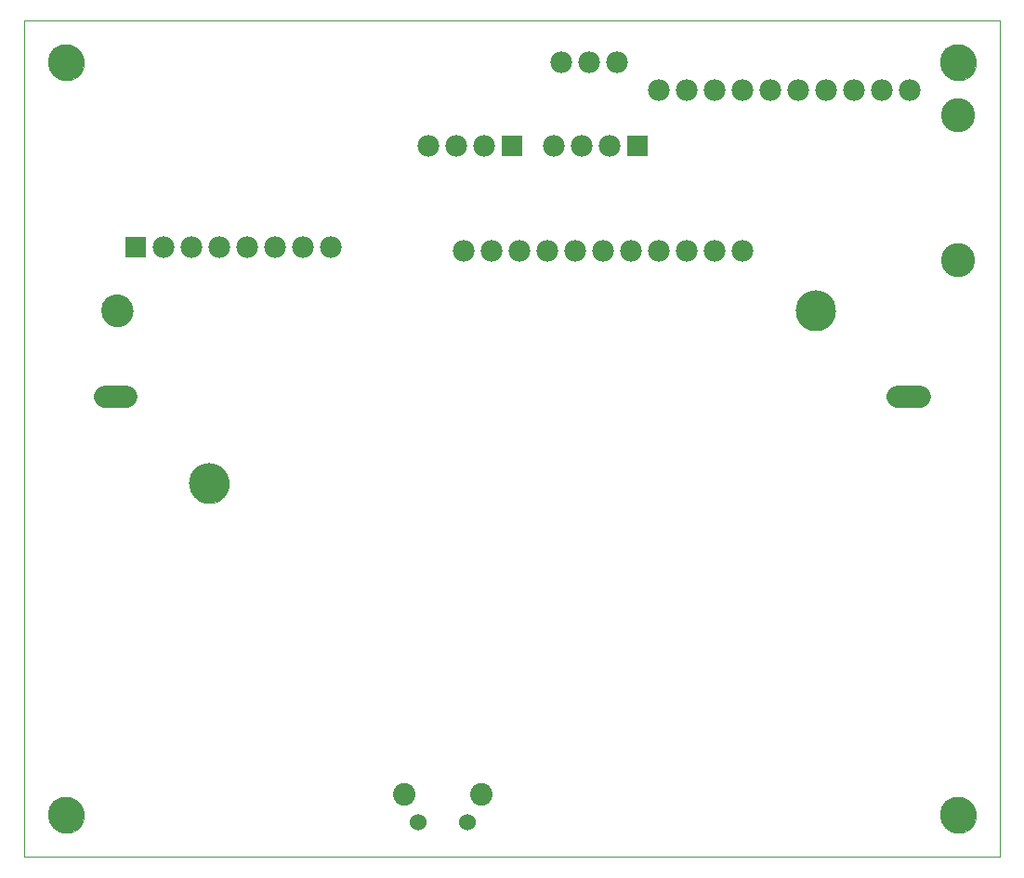
<source format=gbs>
G75*
%MOIN*%
%OFA0B0*%
%FSLAX25Y25*%
%IPPOS*%
%LPD*%
%AMOC8*
5,1,8,0,0,1.08239X$1,22.5*
%
%ADD10C,0.00000*%
%ADD11C,0.12998*%
%ADD12C,0.08077*%
%ADD13C,0.14400*%
%ADD14C,0.11424*%
%ADD15C,0.12211*%
%ADD16C,0.07800*%
%ADD17R,0.07800X0.07800*%
%ADD18C,0.06022*%
%ADD19C,0.08077*%
D10*
X0002050Y0016291D02*
X0002050Y0316291D01*
X0352050Y0316291D01*
X0352050Y0016291D01*
X0002050Y0016291D01*
X0010751Y0031291D02*
X0010753Y0031449D01*
X0010759Y0031607D01*
X0010769Y0031765D01*
X0010783Y0031923D01*
X0010801Y0032080D01*
X0010822Y0032237D01*
X0010848Y0032393D01*
X0010878Y0032549D01*
X0010911Y0032704D01*
X0010949Y0032857D01*
X0010990Y0033010D01*
X0011035Y0033162D01*
X0011084Y0033313D01*
X0011137Y0033462D01*
X0011193Y0033610D01*
X0011253Y0033756D01*
X0011317Y0033901D01*
X0011385Y0034044D01*
X0011456Y0034186D01*
X0011530Y0034326D01*
X0011608Y0034463D01*
X0011690Y0034599D01*
X0011774Y0034733D01*
X0011863Y0034864D01*
X0011954Y0034993D01*
X0012049Y0035120D01*
X0012146Y0035245D01*
X0012247Y0035367D01*
X0012351Y0035486D01*
X0012458Y0035603D01*
X0012568Y0035717D01*
X0012681Y0035828D01*
X0012796Y0035937D01*
X0012914Y0036042D01*
X0013035Y0036144D01*
X0013158Y0036244D01*
X0013284Y0036340D01*
X0013412Y0036433D01*
X0013542Y0036523D01*
X0013675Y0036609D01*
X0013810Y0036693D01*
X0013946Y0036772D01*
X0014085Y0036849D01*
X0014226Y0036921D01*
X0014368Y0036991D01*
X0014512Y0037056D01*
X0014658Y0037118D01*
X0014805Y0037176D01*
X0014954Y0037231D01*
X0015104Y0037282D01*
X0015255Y0037329D01*
X0015407Y0037372D01*
X0015560Y0037411D01*
X0015715Y0037447D01*
X0015870Y0037478D01*
X0016026Y0037506D01*
X0016182Y0037530D01*
X0016339Y0037550D01*
X0016497Y0037566D01*
X0016654Y0037578D01*
X0016813Y0037586D01*
X0016971Y0037590D01*
X0017129Y0037590D01*
X0017287Y0037586D01*
X0017446Y0037578D01*
X0017603Y0037566D01*
X0017761Y0037550D01*
X0017918Y0037530D01*
X0018074Y0037506D01*
X0018230Y0037478D01*
X0018385Y0037447D01*
X0018540Y0037411D01*
X0018693Y0037372D01*
X0018845Y0037329D01*
X0018996Y0037282D01*
X0019146Y0037231D01*
X0019295Y0037176D01*
X0019442Y0037118D01*
X0019588Y0037056D01*
X0019732Y0036991D01*
X0019874Y0036921D01*
X0020015Y0036849D01*
X0020154Y0036772D01*
X0020290Y0036693D01*
X0020425Y0036609D01*
X0020558Y0036523D01*
X0020688Y0036433D01*
X0020816Y0036340D01*
X0020942Y0036244D01*
X0021065Y0036144D01*
X0021186Y0036042D01*
X0021304Y0035937D01*
X0021419Y0035828D01*
X0021532Y0035717D01*
X0021642Y0035603D01*
X0021749Y0035486D01*
X0021853Y0035367D01*
X0021954Y0035245D01*
X0022051Y0035120D01*
X0022146Y0034993D01*
X0022237Y0034864D01*
X0022326Y0034733D01*
X0022410Y0034599D01*
X0022492Y0034463D01*
X0022570Y0034326D01*
X0022644Y0034186D01*
X0022715Y0034044D01*
X0022783Y0033901D01*
X0022847Y0033756D01*
X0022907Y0033610D01*
X0022963Y0033462D01*
X0023016Y0033313D01*
X0023065Y0033162D01*
X0023110Y0033010D01*
X0023151Y0032857D01*
X0023189Y0032704D01*
X0023222Y0032549D01*
X0023252Y0032393D01*
X0023278Y0032237D01*
X0023299Y0032080D01*
X0023317Y0031923D01*
X0023331Y0031765D01*
X0023341Y0031607D01*
X0023347Y0031449D01*
X0023349Y0031291D01*
X0023347Y0031133D01*
X0023341Y0030975D01*
X0023331Y0030817D01*
X0023317Y0030659D01*
X0023299Y0030502D01*
X0023278Y0030345D01*
X0023252Y0030189D01*
X0023222Y0030033D01*
X0023189Y0029878D01*
X0023151Y0029725D01*
X0023110Y0029572D01*
X0023065Y0029420D01*
X0023016Y0029269D01*
X0022963Y0029120D01*
X0022907Y0028972D01*
X0022847Y0028826D01*
X0022783Y0028681D01*
X0022715Y0028538D01*
X0022644Y0028396D01*
X0022570Y0028256D01*
X0022492Y0028119D01*
X0022410Y0027983D01*
X0022326Y0027849D01*
X0022237Y0027718D01*
X0022146Y0027589D01*
X0022051Y0027462D01*
X0021954Y0027337D01*
X0021853Y0027215D01*
X0021749Y0027096D01*
X0021642Y0026979D01*
X0021532Y0026865D01*
X0021419Y0026754D01*
X0021304Y0026645D01*
X0021186Y0026540D01*
X0021065Y0026438D01*
X0020942Y0026338D01*
X0020816Y0026242D01*
X0020688Y0026149D01*
X0020558Y0026059D01*
X0020425Y0025973D01*
X0020290Y0025889D01*
X0020154Y0025810D01*
X0020015Y0025733D01*
X0019874Y0025661D01*
X0019732Y0025591D01*
X0019588Y0025526D01*
X0019442Y0025464D01*
X0019295Y0025406D01*
X0019146Y0025351D01*
X0018996Y0025300D01*
X0018845Y0025253D01*
X0018693Y0025210D01*
X0018540Y0025171D01*
X0018385Y0025135D01*
X0018230Y0025104D01*
X0018074Y0025076D01*
X0017918Y0025052D01*
X0017761Y0025032D01*
X0017603Y0025016D01*
X0017446Y0025004D01*
X0017287Y0024996D01*
X0017129Y0024992D01*
X0016971Y0024992D01*
X0016813Y0024996D01*
X0016654Y0025004D01*
X0016497Y0025016D01*
X0016339Y0025032D01*
X0016182Y0025052D01*
X0016026Y0025076D01*
X0015870Y0025104D01*
X0015715Y0025135D01*
X0015560Y0025171D01*
X0015407Y0025210D01*
X0015255Y0025253D01*
X0015104Y0025300D01*
X0014954Y0025351D01*
X0014805Y0025406D01*
X0014658Y0025464D01*
X0014512Y0025526D01*
X0014368Y0025591D01*
X0014226Y0025661D01*
X0014085Y0025733D01*
X0013946Y0025810D01*
X0013810Y0025889D01*
X0013675Y0025973D01*
X0013542Y0026059D01*
X0013412Y0026149D01*
X0013284Y0026242D01*
X0013158Y0026338D01*
X0013035Y0026438D01*
X0012914Y0026540D01*
X0012796Y0026645D01*
X0012681Y0026754D01*
X0012568Y0026865D01*
X0012458Y0026979D01*
X0012351Y0027096D01*
X0012247Y0027215D01*
X0012146Y0027337D01*
X0012049Y0027462D01*
X0011954Y0027589D01*
X0011863Y0027718D01*
X0011774Y0027849D01*
X0011690Y0027983D01*
X0011608Y0028119D01*
X0011530Y0028256D01*
X0011456Y0028396D01*
X0011385Y0028538D01*
X0011317Y0028681D01*
X0011253Y0028826D01*
X0011193Y0028972D01*
X0011137Y0029120D01*
X0011084Y0029269D01*
X0011035Y0029420D01*
X0010990Y0029572D01*
X0010949Y0029725D01*
X0010911Y0029878D01*
X0010878Y0030033D01*
X0010848Y0030189D01*
X0010822Y0030345D01*
X0010801Y0030502D01*
X0010783Y0030659D01*
X0010769Y0030817D01*
X0010759Y0030975D01*
X0010753Y0031133D01*
X0010751Y0031291D01*
X0061300Y0150291D02*
X0061302Y0150463D01*
X0061308Y0150634D01*
X0061319Y0150806D01*
X0061334Y0150977D01*
X0061353Y0151148D01*
X0061376Y0151318D01*
X0061403Y0151488D01*
X0061435Y0151657D01*
X0061470Y0151825D01*
X0061510Y0151992D01*
X0061554Y0152158D01*
X0061601Y0152323D01*
X0061653Y0152487D01*
X0061709Y0152649D01*
X0061769Y0152810D01*
X0061833Y0152970D01*
X0061901Y0153128D01*
X0061972Y0153284D01*
X0062047Y0153438D01*
X0062127Y0153591D01*
X0062209Y0153741D01*
X0062296Y0153890D01*
X0062386Y0154036D01*
X0062480Y0154180D01*
X0062577Y0154322D01*
X0062678Y0154461D01*
X0062782Y0154598D01*
X0062889Y0154732D01*
X0063000Y0154863D01*
X0063113Y0154992D01*
X0063230Y0155118D01*
X0063350Y0155241D01*
X0063473Y0155361D01*
X0063599Y0155478D01*
X0063728Y0155591D01*
X0063859Y0155702D01*
X0063993Y0155809D01*
X0064130Y0155913D01*
X0064269Y0156014D01*
X0064411Y0156111D01*
X0064555Y0156205D01*
X0064701Y0156295D01*
X0064850Y0156382D01*
X0065000Y0156464D01*
X0065153Y0156544D01*
X0065307Y0156619D01*
X0065463Y0156690D01*
X0065621Y0156758D01*
X0065781Y0156822D01*
X0065942Y0156882D01*
X0066104Y0156938D01*
X0066268Y0156990D01*
X0066433Y0157037D01*
X0066599Y0157081D01*
X0066766Y0157121D01*
X0066934Y0157156D01*
X0067103Y0157188D01*
X0067273Y0157215D01*
X0067443Y0157238D01*
X0067614Y0157257D01*
X0067785Y0157272D01*
X0067957Y0157283D01*
X0068128Y0157289D01*
X0068300Y0157291D01*
X0068472Y0157289D01*
X0068643Y0157283D01*
X0068815Y0157272D01*
X0068986Y0157257D01*
X0069157Y0157238D01*
X0069327Y0157215D01*
X0069497Y0157188D01*
X0069666Y0157156D01*
X0069834Y0157121D01*
X0070001Y0157081D01*
X0070167Y0157037D01*
X0070332Y0156990D01*
X0070496Y0156938D01*
X0070658Y0156882D01*
X0070819Y0156822D01*
X0070979Y0156758D01*
X0071137Y0156690D01*
X0071293Y0156619D01*
X0071447Y0156544D01*
X0071600Y0156464D01*
X0071750Y0156382D01*
X0071899Y0156295D01*
X0072045Y0156205D01*
X0072189Y0156111D01*
X0072331Y0156014D01*
X0072470Y0155913D01*
X0072607Y0155809D01*
X0072741Y0155702D01*
X0072872Y0155591D01*
X0073001Y0155478D01*
X0073127Y0155361D01*
X0073250Y0155241D01*
X0073370Y0155118D01*
X0073487Y0154992D01*
X0073600Y0154863D01*
X0073711Y0154732D01*
X0073818Y0154598D01*
X0073922Y0154461D01*
X0074023Y0154322D01*
X0074120Y0154180D01*
X0074214Y0154036D01*
X0074304Y0153890D01*
X0074391Y0153741D01*
X0074473Y0153591D01*
X0074553Y0153438D01*
X0074628Y0153284D01*
X0074699Y0153128D01*
X0074767Y0152970D01*
X0074831Y0152810D01*
X0074891Y0152649D01*
X0074947Y0152487D01*
X0074999Y0152323D01*
X0075046Y0152158D01*
X0075090Y0151992D01*
X0075130Y0151825D01*
X0075165Y0151657D01*
X0075197Y0151488D01*
X0075224Y0151318D01*
X0075247Y0151148D01*
X0075266Y0150977D01*
X0075281Y0150806D01*
X0075292Y0150634D01*
X0075298Y0150463D01*
X0075300Y0150291D01*
X0075298Y0150119D01*
X0075292Y0149948D01*
X0075281Y0149776D01*
X0075266Y0149605D01*
X0075247Y0149434D01*
X0075224Y0149264D01*
X0075197Y0149094D01*
X0075165Y0148925D01*
X0075130Y0148757D01*
X0075090Y0148590D01*
X0075046Y0148424D01*
X0074999Y0148259D01*
X0074947Y0148095D01*
X0074891Y0147933D01*
X0074831Y0147772D01*
X0074767Y0147612D01*
X0074699Y0147454D01*
X0074628Y0147298D01*
X0074553Y0147144D01*
X0074473Y0146991D01*
X0074391Y0146841D01*
X0074304Y0146692D01*
X0074214Y0146546D01*
X0074120Y0146402D01*
X0074023Y0146260D01*
X0073922Y0146121D01*
X0073818Y0145984D01*
X0073711Y0145850D01*
X0073600Y0145719D01*
X0073487Y0145590D01*
X0073370Y0145464D01*
X0073250Y0145341D01*
X0073127Y0145221D01*
X0073001Y0145104D01*
X0072872Y0144991D01*
X0072741Y0144880D01*
X0072607Y0144773D01*
X0072470Y0144669D01*
X0072331Y0144568D01*
X0072189Y0144471D01*
X0072045Y0144377D01*
X0071899Y0144287D01*
X0071750Y0144200D01*
X0071600Y0144118D01*
X0071447Y0144038D01*
X0071293Y0143963D01*
X0071137Y0143892D01*
X0070979Y0143824D01*
X0070819Y0143760D01*
X0070658Y0143700D01*
X0070496Y0143644D01*
X0070332Y0143592D01*
X0070167Y0143545D01*
X0070001Y0143501D01*
X0069834Y0143461D01*
X0069666Y0143426D01*
X0069497Y0143394D01*
X0069327Y0143367D01*
X0069157Y0143344D01*
X0068986Y0143325D01*
X0068815Y0143310D01*
X0068643Y0143299D01*
X0068472Y0143293D01*
X0068300Y0143291D01*
X0068128Y0143293D01*
X0067957Y0143299D01*
X0067785Y0143310D01*
X0067614Y0143325D01*
X0067443Y0143344D01*
X0067273Y0143367D01*
X0067103Y0143394D01*
X0066934Y0143426D01*
X0066766Y0143461D01*
X0066599Y0143501D01*
X0066433Y0143545D01*
X0066268Y0143592D01*
X0066104Y0143644D01*
X0065942Y0143700D01*
X0065781Y0143760D01*
X0065621Y0143824D01*
X0065463Y0143892D01*
X0065307Y0143963D01*
X0065153Y0144038D01*
X0065000Y0144118D01*
X0064850Y0144200D01*
X0064701Y0144287D01*
X0064555Y0144377D01*
X0064411Y0144471D01*
X0064269Y0144568D01*
X0064130Y0144669D01*
X0063993Y0144773D01*
X0063859Y0144880D01*
X0063728Y0144991D01*
X0063599Y0145104D01*
X0063473Y0145221D01*
X0063350Y0145341D01*
X0063230Y0145464D01*
X0063113Y0145590D01*
X0063000Y0145719D01*
X0062889Y0145850D01*
X0062782Y0145984D01*
X0062678Y0146121D01*
X0062577Y0146260D01*
X0062480Y0146402D01*
X0062386Y0146546D01*
X0062296Y0146692D01*
X0062209Y0146841D01*
X0062127Y0146991D01*
X0062047Y0147144D01*
X0061972Y0147298D01*
X0061901Y0147454D01*
X0061833Y0147612D01*
X0061769Y0147772D01*
X0061709Y0147933D01*
X0061653Y0148095D01*
X0061601Y0148259D01*
X0061554Y0148424D01*
X0061510Y0148590D01*
X0061470Y0148757D01*
X0061435Y0148925D01*
X0061403Y0149094D01*
X0061376Y0149264D01*
X0061353Y0149434D01*
X0061334Y0149605D01*
X0061319Y0149776D01*
X0061308Y0149948D01*
X0061302Y0150119D01*
X0061300Y0150291D01*
X0029788Y0212291D02*
X0029790Y0212439D01*
X0029796Y0212587D01*
X0029806Y0212735D01*
X0029820Y0212882D01*
X0029838Y0213029D01*
X0029859Y0213175D01*
X0029885Y0213321D01*
X0029915Y0213466D01*
X0029948Y0213610D01*
X0029986Y0213753D01*
X0030027Y0213895D01*
X0030072Y0214036D01*
X0030120Y0214176D01*
X0030173Y0214315D01*
X0030229Y0214452D01*
X0030289Y0214587D01*
X0030352Y0214721D01*
X0030419Y0214853D01*
X0030490Y0214983D01*
X0030564Y0215111D01*
X0030641Y0215237D01*
X0030722Y0215361D01*
X0030806Y0215483D01*
X0030893Y0215602D01*
X0030984Y0215719D01*
X0031078Y0215834D01*
X0031174Y0215946D01*
X0031274Y0216056D01*
X0031376Y0216162D01*
X0031482Y0216266D01*
X0031590Y0216367D01*
X0031701Y0216465D01*
X0031814Y0216561D01*
X0031930Y0216653D01*
X0032048Y0216742D01*
X0032169Y0216827D01*
X0032292Y0216910D01*
X0032417Y0216989D01*
X0032544Y0217065D01*
X0032673Y0217137D01*
X0032804Y0217206D01*
X0032937Y0217271D01*
X0033072Y0217332D01*
X0033208Y0217390D01*
X0033345Y0217445D01*
X0033484Y0217495D01*
X0033625Y0217542D01*
X0033766Y0217585D01*
X0033909Y0217625D01*
X0034053Y0217660D01*
X0034197Y0217692D01*
X0034343Y0217719D01*
X0034489Y0217743D01*
X0034636Y0217763D01*
X0034783Y0217779D01*
X0034930Y0217791D01*
X0035078Y0217799D01*
X0035226Y0217803D01*
X0035374Y0217803D01*
X0035522Y0217799D01*
X0035670Y0217791D01*
X0035817Y0217779D01*
X0035964Y0217763D01*
X0036111Y0217743D01*
X0036257Y0217719D01*
X0036403Y0217692D01*
X0036547Y0217660D01*
X0036691Y0217625D01*
X0036834Y0217585D01*
X0036975Y0217542D01*
X0037116Y0217495D01*
X0037255Y0217445D01*
X0037392Y0217390D01*
X0037528Y0217332D01*
X0037663Y0217271D01*
X0037796Y0217206D01*
X0037927Y0217137D01*
X0038056Y0217065D01*
X0038183Y0216989D01*
X0038308Y0216910D01*
X0038431Y0216827D01*
X0038552Y0216742D01*
X0038670Y0216653D01*
X0038786Y0216561D01*
X0038899Y0216465D01*
X0039010Y0216367D01*
X0039118Y0216266D01*
X0039224Y0216162D01*
X0039326Y0216056D01*
X0039426Y0215946D01*
X0039522Y0215834D01*
X0039616Y0215719D01*
X0039707Y0215602D01*
X0039794Y0215483D01*
X0039878Y0215361D01*
X0039959Y0215237D01*
X0040036Y0215111D01*
X0040110Y0214983D01*
X0040181Y0214853D01*
X0040248Y0214721D01*
X0040311Y0214587D01*
X0040371Y0214452D01*
X0040427Y0214315D01*
X0040480Y0214176D01*
X0040528Y0214036D01*
X0040573Y0213895D01*
X0040614Y0213753D01*
X0040652Y0213610D01*
X0040685Y0213466D01*
X0040715Y0213321D01*
X0040741Y0213175D01*
X0040762Y0213029D01*
X0040780Y0212882D01*
X0040794Y0212735D01*
X0040804Y0212587D01*
X0040810Y0212439D01*
X0040812Y0212291D01*
X0040810Y0212143D01*
X0040804Y0211995D01*
X0040794Y0211847D01*
X0040780Y0211700D01*
X0040762Y0211553D01*
X0040741Y0211407D01*
X0040715Y0211261D01*
X0040685Y0211116D01*
X0040652Y0210972D01*
X0040614Y0210829D01*
X0040573Y0210687D01*
X0040528Y0210546D01*
X0040480Y0210406D01*
X0040427Y0210267D01*
X0040371Y0210130D01*
X0040311Y0209995D01*
X0040248Y0209861D01*
X0040181Y0209729D01*
X0040110Y0209599D01*
X0040036Y0209471D01*
X0039959Y0209345D01*
X0039878Y0209221D01*
X0039794Y0209099D01*
X0039707Y0208980D01*
X0039616Y0208863D01*
X0039522Y0208748D01*
X0039426Y0208636D01*
X0039326Y0208526D01*
X0039224Y0208420D01*
X0039118Y0208316D01*
X0039010Y0208215D01*
X0038899Y0208117D01*
X0038786Y0208021D01*
X0038670Y0207929D01*
X0038552Y0207840D01*
X0038431Y0207755D01*
X0038308Y0207672D01*
X0038183Y0207593D01*
X0038056Y0207517D01*
X0037927Y0207445D01*
X0037796Y0207376D01*
X0037663Y0207311D01*
X0037528Y0207250D01*
X0037392Y0207192D01*
X0037255Y0207137D01*
X0037116Y0207087D01*
X0036975Y0207040D01*
X0036834Y0206997D01*
X0036691Y0206957D01*
X0036547Y0206922D01*
X0036403Y0206890D01*
X0036257Y0206863D01*
X0036111Y0206839D01*
X0035964Y0206819D01*
X0035817Y0206803D01*
X0035670Y0206791D01*
X0035522Y0206783D01*
X0035374Y0206779D01*
X0035226Y0206779D01*
X0035078Y0206783D01*
X0034930Y0206791D01*
X0034783Y0206803D01*
X0034636Y0206819D01*
X0034489Y0206839D01*
X0034343Y0206863D01*
X0034197Y0206890D01*
X0034053Y0206922D01*
X0033909Y0206957D01*
X0033766Y0206997D01*
X0033625Y0207040D01*
X0033484Y0207087D01*
X0033345Y0207137D01*
X0033208Y0207192D01*
X0033072Y0207250D01*
X0032937Y0207311D01*
X0032804Y0207376D01*
X0032673Y0207445D01*
X0032544Y0207517D01*
X0032417Y0207593D01*
X0032292Y0207672D01*
X0032169Y0207755D01*
X0032048Y0207840D01*
X0031930Y0207929D01*
X0031814Y0208021D01*
X0031701Y0208117D01*
X0031590Y0208215D01*
X0031482Y0208316D01*
X0031376Y0208420D01*
X0031274Y0208526D01*
X0031174Y0208636D01*
X0031078Y0208748D01*
X0030984Y0208863D01*
X0030893Y0208980D01*
X0030806Y0209099D01*
X0030722Y0209221D01*
X0030641Y0209345D01*
X0030564Y0209471D01*
X0030490Y0209599D01*
X0030419Y0209729D01*
X0030352Y0209861D01*
X0030289Y0209995D01*
X0030229Y0210130D01*
X0030173Y0210267D01*
X0030120Y0210406D01*
X0030072Y0210546D01*
X0030027Y0210687D01*
X0029986Y0210829D01*
X0029948Y0210972D01*
X0029915Y0211116D01*
X0029885Y0211261D01*
X0029859Y0211407D01*
X0029838Y0211553D01*
X0029820Y0211700D01*
X0029806Y0211847D01*
X0029796Y0211995D01*
X0029790Y0212143D01*
X0029788Y0212291D01*
X0010751Y0301291D02*
X0010753Y0301449D01*
X0010759Y0301607D01*
X0010769Y0301765D01*
X0010783Y0301923D01*
X0010801Y0302080D01*
X0010822Y0302237D01*
X0010848Y0302393D01*
X0010878Y0302549D01*
X0010911Y0302704D01*
X0010949Y0302857D01*
X0010990Y0303010D01*
X0011035Y0303162D01*
X0011084Y0303313D01*
X0011137Y0303462D01*
X0011193Y0303610D01*
X0011253Y0303756D01*
X0011317Y0303901D01*
X0011385Y0304044D01*
X0011456Y0304186D01*
X0011530Y0304326D01*
X0011608Y0304463D01*
X0011690Y0304599D01*
X0011774Y0304733D01*
X0011863Y0304864D01*
X0011954Y0304993D01*
X0012049Y0305120D01*
X0012146Y0305245D01*
X0012247Y0305367D01*
X0012351Y0305486D01*
X0012458Y0305603D01*
X0012568Y0305717D01*
X0012681Y0305828D01*
X0012796Y0305937D01*
X0012914Y0306042D01*
X0013035Y0306144D01*
X0013158Y0306244D01*
X0013284Y0306340D01*
X0013412Y0306433D01*
X0013542Y0306523D01*
X0013675Y0306609D01*
X0013810Y0306693D01*
X0013946Y0306772D01*
X0014085Y0306849D01*
X0014226Y0306921D01*
X0014368Y0306991D01*
X0014512Y0307056D01*
X0014658Y0307118D01*
X0014805Y0307176D01*
X0014954Y0307231D01*
X0015104Y0307282D01*
X0015255Y0307329D01*
X0015407Y0307372D01*
X0015560Y0307411D01*
X0015715Y0307447D01*
X0015870Y0307478D01*
X0016026Y0307506D01*
X0016182Y0307530D01*
X0016339Y0307550D01*
X0016497Y0307566D01*
X0016654Y0307578D01*
X0016813Y0307586D01*
X0016971Y0307590D01*
X0017129Y0307590D01*
X0017287Y0307586D01*
X0017446Y0307578D01*
X0017603Y0307566D01*
X0017761Y0307550D01*
X0017918Y0307530D01*
X0018074Y0307506D01*
X0018230Y0307478D01*
X0018385Y0307447D01*
X0018540Y0307411D01*
X0018693Y0307372D01*
X0018845Y0307329D01*
X0018996Y0307282D01*
X0019146Y0307231D01*
X0019295Y0307176D01*
X0019442Y0307118D01*
X0019588Y0307056D01*
X0019732Y0306991D01*
X0019874Y0306921D01*
X0020015Y0306849D01*
X0020154Y0306772D01*
X0020290Y0306693D01*
X0020425Y0306609D01*
X0020558Y0306523D01*
X0020688Y0306433D01*
X0020816Y0306340D01*
X0020942Y0306244D01*
X0021065Y0306144D01*
X0021186Y0306042D01*
X0021304Y0305937D01*
X0021419Y0305828D01*
X0021532Y0305717D01*
X0021642Y0305603D01*
X0021749Y0305486D01*
X0021853Y0305367D01*
X0021954Y0305245D01*
X0022051Y0305120D01*
X0022146Y0304993D01*
X0022237Y0304864D01*
X0022326Y0304733D01*
X0022410Y0304599D01*
X0022492Y0304463D01*
X0022570Y0304326D01*
X0022644Y0304186D01*
X0022715Y0304044D01*
X0022783Y0303901D01*
X0022847Y0303756D01*
X0022907Y0303610D01*
X0022963Y0303462D01*
X0023016Y0303313D01*
X0023065Y0303162D01*
X0023110Y0303010D01*
X0023151Y0302857D01*
X0023189Y0302704D01*
X0023222Y0302549D01*
X0023252Y0302393D01*
X0023278Y0302237D01*
X0023299Y0302080D01*
X0023317Y0301923D01*
X0023331Y0301765D01*
X0023341Y0301607D01*
X0023347Y0301449D01*
X0023349Y0301291D01*
X0023347Y0301133D01*
X0023341Y0300975D01*
X0023331Y0300817D01*
X0023317Y0300659D01*
X0023299Y0300502D01*
X0023278Y0300345D01*
X0023252Y0300189D01*
X0023222Y0300033D01*
X0023189Y0299878D01*
X0023151Y0299725D01*
X0023110Y0299572D01*
X0023065Y0299420D01*
X0023016Y0299269D01*
X0022963Y0299120D01*
X0022907Y0298972D01*
X0022847Y0298826D01*
X0022783Y0298681D01*
X0022715Y0298538D01*
X0022644Y0298396D01*
X0022570Y0298256D01*
X0022492Y0298119D01*
X0022410Y0297983D01*
X0022326Y0297849D01*
X0022237Y0297718D01*
X0022146Y0297589D01*
X0022051Y0297462D01*
X0021954Y0297337D01*
X0021853Y0297215D01*
X0021749Y0297096D01*
X0021642Y0296979D01*
X0021532Y0296865D01*
X0021419Y0296754D01*
X0021304Y0296645D01*
X0021186Y0296540D01*
X0021065Y0296438D01*
X0020942Y0296338D01*
X0020816Y0296242D01*
X0020688Y0296149D01*
X0020558Y0296059D01*
X0020425Y0295973D01*
X0020290Y0295889D01*
X0020154Y0295810D01*
X0020015Y0295733D01*
X0019874Y0295661D01*
X0019732Y0295591D01*
X0019588Y0295526D01*
X0019442Y0295464D01*
X0019295Y0295406D01*
X0019146Y0295351D01*
X0018996Y0295300D01*
X0018845Y0295253D01*
X0018693Y0295210D01*
X0018540Y0295171D01*
X0018385Y0295135D01*
X0018230Y0295104D01*
X0018074Y0295076D01*
X0017918Y0295052D01*
X0017761Y0295032D01*
X0017603Y0295016D01*
X0017446Y0295004D01*
X0017287Y0294996D01*
X0017129Y0294992D01*
X0016971Y0294992D01*
X0016813Y0294996D01*
X0016654Y0295004D01*
X0016497Y0295016D01*
X0016339Y0295032D01*
X0016182Y0295052D01*
X0016026Y0295076D01*
X0015870Y0295104D01*
X0015715Y0295135D01*
X0015560Y0295171D01*
X0015407Y0295210D01*
X0015255Y0295253D01*
X0015104Y0295300D01*
X0014954Y0295351D01*
X0014805Y0295406D01*
X0014658Y0295464D01*
X0014512Y0295526D01*
X0014368Y0295591D01*
X0014226Y0295661D01*
X0014085Y0295733D01*
X0013946Y0295810D01*
X0013810Y0295889D01*
X0013675Y0295973D01*
X0013542Y0296059D01*
X0013412Y0296149D01*
X0013284Y0296242D01*
X0013158Y0296338D01*
X0013035Y0296438D01*
X0012914Y0296540D01*
X0012796Y0296645D01*
X0012681Y0296754D01*
X0012568Y0296865D01*
X0012458Y0296979D01*
X0012351Y0297096D01*
X0012247Y0297215D01*
X0012146Y0297337D01*
X0012049Y0297462D01*
X0011954Y0297589D01*
X0011863Y0297718D01*
X0011774Y0297849D01*
X0011690Y0297983D01*
X0011608Y0298119D01*
X0011530Y0298256D01*
X0011456Y0298396D01*
X0011385Y0298538D01*
X0011317Y0298681D01*
X0011253Y0298826D01*
X0011193Y0298972D01*
X0011137Y0299120D01*
X0011084Y0299269D01*
X0011035Y0299420D01*
X0010990Y0299572D01*
X0010949Y0299725D01*
X0010911Y0299878D01*
X0010878Y0300033D01*
X0010848Y0300189D01*
X0010822Y0300345D01*
X0010801Y0300502D01*
X0010783Y0300659D01*
X0010769Y0300817D01*
X0010759Y0300975D01*
X0010753Y0301133D01*
X0010751Y0301291D01*
X0278800Y0212291D02*
X0278802Y0212463D01*
X0278808Y0212634D01*
X0278819Y0212806D01*
X0278834Y0212977D01*
X0278853Y0213148D01*
X0278876Y0213318D01*
X0278903Y0213488D01*
X0278935Y0213657D01*
X0278970Y0213825D01*
X0279010Y0213992D01*
X0279054Y0214158D01*
X0279101Y0214323D01*
X0279153Y0214487D01*
X0279209Y0214649D01*
X0279269Y0214810D01*
X0279333Y0214970D01*
X0279401Y0215128D01*
X0279472Y0215284D01*
X0279547Y0215438D01*
X0279627Y0215591D01*
X0279709Y0215741D01*
X0279796Y0215890D01*
X0279886Y0216036D01*
X0279980Y0216180D01*
X0280077Y0216322D01*
X0280178Y0216461D01*
X0280282Y0216598D01*
X0280389Y0216732D01*
X0280500Y0216863D01*
X0280613Y0216992D01*
X0280730Y0217118D01*
X0280850Y0217241D01*
X0280973Y0217361D01*
X0281099Y0217478D01*
X0281228Y0217591D01*
X0281359Y0217702D01*
X0281493Y0217809D01*
X0281630Y0217913D01*
X0281769Y0218014D01*
X0281911Y0218111D01*
X0282055Y0218205D01*
X0282201Y0218295D01*
X0282350Y0218382D01*
X0282500Y0218464D01*
X0282653Y0218544D01*
X0282807Y0218619D01*
X0282963Y0218690D01*
X0283121Y0218758D01*
X0283281Y0218822D01*
X0283442Y0218882D01*
X0283604Y0218938D01*
X0283768Y0218990D01*
X0283933Y0219037D01*
X0284099Y0219081D01*
X0284266Y0219121D01*
X0284434Y0219156D01*
X0284603Y0219188D01*
X0284773Y0219215D01*
X0284943Y0219238D01*
X0285114Y0219257D01*
X0285285Y0219272D01*
X0285457Y0219283D01*
X0285628Y0219289D01*
X0285800Y0219291D01*
X0285972Y0219289D01*
X0286143Y0219283D01*
X0286315Y0219272D01*
X0286486Y0219257D01*
X0286657Y0219238D01*
X0286827Y0219215D01*
X0286997Y0219188D01*
X0287166Y0219156D01*
X0287334Y0219121D01*
X0287501Y0219081D01*
X0287667Y0219037D01*
X0287832Y0218990D01*
X0287996Y0218938D01*
X0288158Y0218882D01*
X0288319Y0218822D01*
X0288479Y0218758D01*
X0288637Y0218690D01*
X0288793Y0218619D01*
X0288947Y0218544D01*
X0289100Y0218464D01*
X0289250Y0218382D01*
X0289399Y0218295D01*
X0289545Y0218205D01*
X0289689Y0218111D01*
X0289831Y0218014D01*
X0289970Y0217913D01*
X0290107Y0217809D01*
X0290241Y0217702D01*
X0290372Y0217591D01*
X0290501Y0217478D01*
X0290627Y0217361D01*
X0290750Y0217241D01*
X0290870Y0217118D01*
X0290987Y0216992D01*
X0291100Y0216863D01*
X0291211Y0216732D01*
X0291318Y0216598D01*
X0291422Y0216461D01*
X0291523Y0216322D01*
X0291620Y0216180D01*
X0291714Y0216036D01*
X0291804Y0215890D01*
X0291891Y0215741D01*
X0291973Y0215591D01*
X0292053Y0215438D01*
X0292128Y0215284D01*
X0292199Y0215128D01*
X0292267Y0214970D01*
X0292331Y0214810D01*
X0292391Y0214649D01*
X0292447Y0214487D01*
X0292499Y0214323D01*
X0292546Y0214158D01*
X0292590Y0213992D01*
X0292630Y0213825D01*
X0292665Y0213657D01*
X0292697Y0213488D01*
X0292724Y0213318D01*
X0292747Y0213148D01*
X0292766Y0212977D01*
X0292781Y0212806D01*
X0292792Y0212634D01*
X0292798Y0212463D01*
X0292800Y0212291D01*
X0292798Y0212119D01*
X0292792Y0211948D01*
X0292781Y0211776D01*
X0292766Y0211605D01*
X0292747Y0211434D01*
X0292724Y0211264D01*
X0292697Y0211094D01*
X0292665Y0210925D01*
X0292630Y0210757D01*
X0292590Y0210590D01*
X0292546Y0210424D01*
X0292499Y0210259D01*
X0292447Y0210095D01*
X0292391Y0209933D01*
X0292331Y0209772D01*
X0292267Y0209612D01*
X0292199Y0209454D01*
X0292128Y0209298D01*
X0292053Y0209144D01*
X0291973Y0208991D01*
X0291891Y0208841D01*
X0291804Y0208692D01*
X0291714Y0208546D01*
X0291620Y0208402D01*
X0291523Y0208260D01*
X0291422Y0208121D01*
X0291318Y0207984D01*
X0291211Y0207850D01*
X0291100Y0207719D01*
X0290987Y0207590D01*
X0290870Y0207464D01*
X0290750Y0207341D01*
X0290627Y0207221D01*
X0290501Y0207104D01*
X0290372Y0206991D01*
X0290241Y0206880D01*
X0290107Y0206773D01*
X0289970Y0206669D01*
X0289831Y0206568D01*
X0289689Y0206471D01*
X0289545Y0206377D01*
X0289399Y0206287D01*
X0289250Y0206200D01*
X0289100Y0206118D01*
X0288947Y0206038D01*
X0288793Y0205963D01*
X0288637Y0205892D01*
X0288479Y0205824D01*
X0288319Y0205760D01*
X0288158Y0205700D01*
X0287996Y0205644D01*
X0287832Y0205592D01*
X0287667Y0205545D01*
X0287501Y0205501D01*
X0287334Y0205461D01*
X0287166Y0205426D01*
X0286997Y0205394D01*
X0286827Y0205367D01*
X0286657Y0205344D01*
X0286486Y0205325D01*
X0286315Y0205310D01*
X0286143Y0205299D01*
X0285972Y0205293D01*
X0285800Y0205291D01*
X0285628Y0205293D01*
X0285457Y0205299D01*
X0285285Y0205310D01*
X0285114Y0205325D01*
X0284943Y0205344D01*
X0284773Y0205367D01*
X0284603Y0205394D01*
X0284434Y0205426D01*
X0284266Y0205461D01*
X0284099Y0205501D01*
X0283933Y0205545D01*
X0283768Y0205592D01*
X0283604Y0205644D01*
X0283442Y0205700D01*
X0283281Y0205760D01*
X0283121Y0205824D01*
X0282963Y0205892D01*
X0282807Y0205963D01*
X0282653Y0206038D01*
X0282500Y0206118D01*
X0282350Y0206200D01*
X0282201Y0206287D01*
X0282055Y0206377D01*
X0281911Y0206471D01*
X0281769Y0206568D01*
X0281630Y0206669D01*
X0281493Y0206773D01*
X0281359Y0206880D01*
X0281228Y0206991D01*
X0281099Y0207104D01*
X0280973Y0207221D01*
X0280850Y0207341D01*
X0280730Y0207464D01*
X0280613Y0207590D01*
X0280500Y0207719D01*
X0280389Y0207850D01*
X0280282Y0207984D01*
X0280178Y0208121D01*
X0280077Y0208260D01*
X0279980Y0208402D01*
X0279886Y0208546D01*
X0279796Y0208692D01*
X0279709Y0208841D01*
X0279627Y0208991D01*
X0279547Y0209144D01*
X0279472Y0209298D01*
X0279401Y0209454D01*
X0279333Y0209612D01*
X0279269Y0209772D01*
X0279209Y0209933D01*
X0279153Y0210095D01*
X0279101Y0210259D01*
X0279054Y0210424D01*
X0279010Y0210590D01*
X0278970Y0210757D01*
X0278935Y0210925D01*
X0278903Y0211094D01*
X0278876Y0211264D01*
X0278853Y0211434D01*
X0278834Y0211605D01*
X0278819Y0211776D01*
X0278808Y0211948D01*
X0278802Y0212119D01*
X0278800Y0212291D01*
X0330751Y0301291D02*
X0330753Y0301449D01*
X0330759Y0301607D01*
X0330769Y0301765D01*
X0330783Y0301923D01*
X0330801Y0302080D01*
X0330822Y0302237D01*
X0330848Y0302393D01*
X0330878Y0302549D01*
X0330911Y0302704D01*
X0330949Y0302857D01*
X0330990Y0303010D01*
X0331035Y0303162D01*
X0331084Y0303313D01*
X0331137Y0303462D01*
X0331193Y0303610D01*
X0331253Y0303756D01*
X0331317Y0303901D01*
X0331385Y0304044D01*
X0331456Y0304186D01*
X0331530Y0304326D01*
X0331608Y0304463D01*
X0331690Y0304599D01*
X0331774Y0304733D01*
X0331863Y0304864D01*
X0331954Y0304993D01*
X0332049Y0305120D01*
X0332146Y0305245D01*
X0332247Y0305367D01*
X0332351Y0305486D01*
X0332458Y0305603D01*
X0332568Y0305717D01*
X0332681Y0305828D01*
X0332796Y0305937D01*
X0332914Y0306042D01*
X0333035Y0306144D01*
X0333158Y0306244D01*
X0333284Y0306340D01*
X0333412Y0306433D01*
X0333542Y0306523D01*
X0333675Y0306609D01*
X0333810Y0306693D01*
X0333946Y0306772D01*
X0334085Y0306849D01*
X0334226Y0306921D01*
X0334368Y0306991D01*
X0334512Y0307056D01*
X0334658Y0307118D01*
X0334805Y0307176D01*
X0334954Y0307231D01*
X0335104Y0307282D01*
X0335255Y0307329D01*
X0335407Y0307372D01*
X0335560Y0307411D01*
X0335715Y0307447D01*
X0335870Y0307478D01*
X0336026Y0307506D01*
X0336182Y0307530D01*
X0336339Y0307550D01*
X0336497Y0307566D01*
X0336654Y0307578D01*
X0336813Y0307586D01*
X0336971Y0307590D01*
X0337129Y0307590D01*
X0337287Y0307586D01*
X0337446Y0307578D01*
X0337603Y0307566D01*
X0337761Y0307550D01*
X0337918Y0307530D01*
X0338074Y0307506D01*
X0338230Y0307478D01*
X0338385Y0307447D01*
X0338540Y0307411D01*
X0338693Y0307372D01*
X0338845Y0307329D01*
X0338996Y0307282D01*
X0339146Y0307231D01*
X0339295Y0307176D01*
X0339442Y0307118D01*
X0339588Y0307056D01*
X0339732Y0306991D01*
X0339874Y0306921D01*
X0340015Y0306849D01*
X0340154Y0306772D01*
X0340290Y0306693D01*
X0340425Y0306609D01*
X0340558Y0306523D01*
X0340688Y0306433D01*
X0340816Y0306340D01*
X0340942Y0306244D01*
X0341065Y0306144D01*
X0341186Y0306042D01*
X0341304Y0305937D01*
X0341419Y0305828D01*
X0341532Y0305717D01*
X0341642Y0305603D01*
X0341749Y0305486D01*
X0341853Y0305367D01*
X0341954Y0305245D01*
X0342051Y0305120D01*
X0342146Y0304993D01*
X0342237Y0304864D01*
X0342326Y0304733D01*
X0342410Y0304599D01*
X0342492Y0304463D01*
X0342570Y0304326D01*
X0342644Y0304186D01*
X0342715Y0304044D01*
X0342783Y0303901D01*
X0342847Y0303756D01*
X0342907Y0303610D01*
X0342963Y0303462D01*
X0343016Y0303313D01*
X0343065Y0303162D01*
X0343110Y0303010D01*
X0343151Y0302857D01*
X0343189Y0302704D01*
X0343222Y0302549D01*
X0343252Y0302393D01*
X0343278Y0302237D01*
X0343299Y0302080D01*
X0343317Y0301923D01*
X0343331Y0301765D01*
X0343341Y0301607D01*
X0343347Y0301449D01*
X0343349Y0301291D01*
X0343347Y0301133D01*
X0343341Y0300975D01*
X0343331Y0300817D01*
X0343317Y0300659D01*
X0343299Y0300502D01*
X0343278Y0300345D01*
X0343252Y0300189D01*
X0343222Y0300033D01*
X0343189Y0299878D01*
X0343151Y0299725D01*
X0343110Y0299572D01*
X0343065Y0299420D01*
X0343016Y0299269D01*
X0342963Y0299120D01*
X0342907Y0298972D01*
X0342847Y0298826D01*
X0342783Y0298681D01*
X0342715Y0298538D01*
X0342644Y0298396D01*
X0342570Y0298256D01*
X0342492Y0298119D01*
X0342410Y0297983D01*
X0342326Y0297849D01*
X0342237Y0297718D01*
X0342146Y0297589D01*
X0342051Y0297462D01*
X0341954Y0297337D01*
X0341853Y0297215D01*
X0341749Y0297096D01*
X0341642Y0296979D01*
X0341532Y0296865D01*
X0341419Y0296754D01*
X0341304Y0296645D01*
X0341186Y0296540D01*
X0341065Y0296438D01*
X0340942Y0296338D01*
X0340816Y0296242D01*
X0340688Y0296149D01*
X0340558Y0296059D01*
X0340425Y0295973D01*
X0340290Y0295889D01*
X0340154Y0295810D01*
X0340015Y0295733D01*
X0339874Y0295661D01*
X0339732Y0295591D01*
X0339588Y0295526D01*
X0339442Y0295464D01*
X0339295Y0295406D01*
X0339146Y0295351D01*
X0338996Y0295300D01*
X0338845Y0295253D01*
X0338693Y0295210D01*
X0338540Y0295171D01*
X0338385Y0295135D01*
X0338230Y0295104D01*
X0338074Y0295076D01*
X0337918Y0295052D01*
X0337761Y0295032D01*
X0337603Y0295016D01*
X0337446Y0295004D01*
X0337287Y0294996D01*
X0337129Y0294992D01*
X0336971Y0294992D01*
X0336813Y0294996D01*
X0336654Y0295004D01*
X0336497Y0295016D01*
X0336339Y0295032D01*
X0336182Y0295052D01*
X0336026Y0295076D01*
X0335870Y0295104D01*
X0335715Y0295135D01*
X0335560Y0295171D01*
X0335407Y0295210D01*
X0335255Y0295253D01*
X0335104Y0295300D01*
X0334954Y0295351D01*
X0334805Y0295406D01*
X0334658Y0295464D01*
X0334512Y0295526D01*
X0334368Y0295591D01*
X0334226Y0295661D01*
X0334085Y0295733D01*
X0333946Y0295810D01*
X0333810Y0295889D01*
X0333675Y0295973D01*
X0333542Y0296059D01*
X0333412Y0296149D01*
X0333284Y0296242D01*
X0333158Y0296338D01*
X0333035Y0296438D01*
X0332914Y0296540D01*
X0332796Y0296645D01*
X0332681Y0296754D01*
X0332568Y0296865D01*
X0332458Y0296979D01*
X0332351Y0297096D01*
X0332247Y0297215D01*
X0332146Y0297337D01*
X0332049Y0297462D01*
X0331954Y0297589D01*
X0331863Y0297718D01*
X0331774Y0297849D01*
X0331690Y0297983D01*
X0331608Y0298119D01*
X0331530Y0298256D01*
X0331456Y0298396D01*
X0331385Y0298538D01*
X0331317Y0298681D01*
X0331253Y0298826D01*
X0331193Y0298972D01*
X0331137Y0299120D01*
X0331084Y0299269D01*
X0331035Y0299420D01*
X0330990Y0299572D01*
X0330949Y0299725D01*
X0330911Y0299878D01*
X0330878Y0300033D01*
X0330848Y0300189D01*
X0330822Y0300345D01*
X0330801Y0300502D01*
X0330783Y0300659D01*
X0330769Y0300817D01*
X0330759Y0300975D01*
X0330753Y0301133D01*
X0330751Y0301291D01*
X0330751Y0031291D02*
X0330753Y0031449D01*
X0330759Y0031607D01*
X0330769Y0031765D01*
X0330783Y0031923D01*
X0330801Y0032080D01*
X0330822Y0032237D01*
X0330848Y0032393D01*
X0330878Y0032549D01*
X0330911Y0032704D01*
X0330949Y0032857D01*
X0330990Y0033010D01*
X0331035Y0033162D01*
X0331084Y0033313D01*
X0331137Y0033462D01*
X0331193Y0033610D01*
X0331253Y0033756D01*
X0331317Y0033901D01*
X0331385Y0034044D01*
X0331456Y0034186D01*
X0331530Y0034326D01*
X0331608Y0034463D01*
X0331690Y0034599D01*
X0331774Y0034733D01*
X0331863Y0034864D01*
X0331954Y0034993D01*
X0332049Y0035120D01*
X0332146Y0035245D01*
X0332247Y0035367D01*
X0332351Y0035486D01*
X0332458Y0035603D01*
X0332568Y0035717D01*
X0332681Y0035828D01*
X0332796Y0035937D01*
X0332914Y0036042D01*
X0333035Y0036144D01*
X0333158Y0036244D01*
X0333284Y0036340D01*
X0333412Y0036433D01*
X0333542Y0036523D01*
X0333675Y0036609D01*
X0333810Y0036693D01*
X0333946Y0036772D01*
X0334085Y0036849D01*
X0334226Y0036921D01*
X0334368Y0036991D01*
X0334512Y0037056D01*
X0334658Y0037118D01*
X0334805Y0037176D01*
X0334954Y0037231D01*
X0335104Y0037282D01*
X0335255Y0037329D01*
X0335407Y0037372D01*
X0335560Y0037411D01*
X0335715Y0037447D01*
X0335870Y0037478D01*
X0336026Y0037506D01*
X0336182Y0037530D01*
X0336339Y0037550D01*
X0336497Y0037566D01*
X0336654Y0037578D01*
X0336813Y0037586D01*
X0336971Y0037590D01*
X0337129Y0037590D01*
X0337287Y0037586D01*
X0337446Y0037578D01*
X0337603Y0037566D01*
X0337761Y0037550D01*
X0337918Y0037530D01*
X0338074Y0037506D01*
X0338230Y0037478D01*
X0338385Y0037447D01*
X0338540Y0037411D01*
X0338693Y0037372D01*
X0338845Y0037329D01*
X0338996Y0037282D01*
X0339146Y0037231D01*
X0339295Y0037176D01*
X0339442Y0037118D01*
X0339588Y0037056D01*
X0339732Y0036991D01*
X0339874Y0036921D01*
X0340015Y0036849D01*
X0340154Y0036772D01*
X0340290Y0036693D01*
X0340425Y0036609D01*
X0340558Y0036523D01*
X0340688Y0036433D01*
X0340816Y0036340D01*
X0340942Y0036244D01*
X0341065Y0036144D01*
X0341186Y0036042D01*
X0341304Y0035937D01*
X0341419Y0035828D01*
X0341532Y0035717D01*
X0341642Y0035603D01*
X0341749Y0035486D01*
X0341853Y0035367D01*
X0341954Y0035245D01*
X0342051Y0035120D01*
X0342146Y0034993D01*
X0342237Y0034864D01*
X0342326Y0034733D01*
X0342410Y0034599D01*
X0342492Y0034463D01*
X0342570Y0034326D01*
X0342644Y0034186D01*
X0342715Y0034044D01*
X0342783Y0033901D01*
X0342847Y0033756D01*
X0342907Y0033610D01*
X0342963Y0033462D01*
X0343016Y0033313D01*
X0343065Y0033162D01*
X0343110Y0033010D01*
X0343151Y0032857D01*
X0343189Y0032704D01*
X0343222Y0032549D01*
X0343252Y0032393D01*
X0343278Y0032237D01*
X0343299Y0032080D01*
X0343317Y0031923D01*
X0343331Y0031765D01*
X0343341Y0031607D01*
X0343347Y0031449D01*
X0343349Y0031291D01*
X0343347Y0031133D01*
X0343341Y0030975D01*
X0343331Y0030817D01*
X0343317Y0030659D01*
X0343299Y0030502D01*
X0343278Y0030345D01*
X0343252Y0030189D01*
X0343222Y0030033D01*
X0343189Y0029878D01*
X0343151Y0029725D01*
X0343110Y0029572D01*
X0343065Y0029420D01*
X0343016Y0029269D01*
X0342963Y0029120D01*
X0342907Y0028972D01*
X0342847Y0028826D01*
X0342783Y0028681D01*
X0342715Y0028538D01*
X0342644Y0028396D01*
X0342570Y0028256D01*
X0342492Y0028119D01*
X0342410Y0027983D01*
X0342326Y0027849D01*
X0342237Y0027718D01*
X0342146Y0027589D01*
X0342051Y0027462D01*
X0341954Y0027337D01*
X0341853Y0027215D01*
X0341749Y0027096D01*
X0341642Y0026979D01*
X0341532Y0026865D01*
X0341419Y0026754D01*
X0341304Y0026645D01*
X0341186Y0026540D01*
X0341065Y0026438D01*
X0340942Y0026338D01*
X0340816Y0026242D01*
X0340688Y0026149D01*
X0340558Y0026059D01*
X0340425Y0025973D01*
X0340290Y0025889D01*
X0340154Y0025810D01*
X0340015Y0025733D01*
X0339874Y0025661D01*
X0339732Y0025591D01*
X0339588Y0025526D01*
X0339442Y0025464D01*
X0339295Y0025406D01*
X0339146Y0025351D01*
X0338996Y0025300D01*
X0338845Y0025253D01*
X0338693Y0025210D01*
X0338540Y0025171D01*
X0338385Y0025135D01*
X0338230Y0025104D01*
X0338074Y0025076D01*
X0337918Y0025052D01*
X0337761Y0025032D01*
X0337603Y0025016D01*
X0337446Y0025004D01*
X0337287Y0024996D01*
X0337129Y0024992D01*
X0336971Y0024992D01*
X0336813Y0024996D01*
X0336654Y0025004D01*
X0336497Y0025016D01*
X0336339Y0025032D01*
X0336182Y0025052D01*
X0336026Y0025076D01*
X0335870Y0025104D01*
X0335715Y0025135D01*
X0335560Y0025171D01*
X0335407Y0025210D01*
X0335255Y0025253D01*
X0335104Y0025300D01*
X0334954Y0025351D01*
X0334805Y0025406D01*
X0334658Y0025464D01*
X0334512Y0025526D01*
X0334368Y0025591D01*
X0334226Y0025661D01*
X0334085Y0025733D01*
X0333946Y0025810D01*
X0333810Y0025889D01*
X0333675Y0025973D01*
X0333542Y0026059D01*
X0333412Y0026149D01*
X0333284Y0026242D01*
X0333158Y0026338D01*
X0333035Y0026438D01*
X0332914Y0026540D01*
X0332796Y0026645D01*
X0332681Y0026754D01*
X0332568Y0026865D01*
X0332458Y0026979D01*
X0332351Y0027096D01*
X0332247Y0027215D01*
X0332146Y0027337D01*
X0332049Y0027462D01*
X0331954Y0027589D01*
X0331863Y0027718D01*
X0331774Y0027849D01*
X0331690Y0027983D01*
X0331608Y0028119D01*
X0331530Y0028256D01*
X0331456Y0028396D01*
X0331385Y0028538D01*
X0331317Y0028681D01*
X0331253Y0028826D01*
X0331193Y0028972D01*
X0331137Y0029120D01*
X0331084Y0029269D01*
X0331035Y0029420D01*
X0330990Y0029572D01*
X0330949Y0029725D01*
X0330911Y0029878D01*
X0330878Y0030033D01*
X0330848Y0030189D01*
X0330822Y0030345D01*
X0330801Y0030502D01*
X0330783Y0030659D01*
X0330769Y0030817D01*
X0330759Y0030975D01*
X0330753Y0031133D01*
X0330751Y0031291D01*
D11*
X0337050Y0031291D03*
X0337050Y0301291D03*
X0017050Y0301291D03*
X0017050Y0031291D03*
D12*
X0030961Y0181291D02*
X0038639Y0181291D01*
X0315461Y0181291D02*
X0323139Y0181291D01*
D13*
X0285800Y0212291D03*
X0068300Y0150291D03*
D14*
X0035300Y0212291D03*
D15*
X0337050Y0230291D03*
X0337050Y0282291D03*
D16*
X0319550Y0291291D03*
X0309550Y0291291D03*
X0299550Y0291291D03*
X0289550Y0291291D03*
X0279550Y0291291D03*
X0269550Y0291291D03*
X0259550Y0291291D03*
X0249550Y0291291D03*
X0239550Y0291291D03*
X0229550Y0291291D03*
X0214550Y0301291D03*
X0204550Y0301291D03*
X0194550Y0301291D03*
X0192050Y0271291D03*
X0202050Y0271291D03*
X0212050Y0271291D03*
X0209550Y0233791D03*
X0199550Y0233791D03*
X0189550Y0233791D03*
X0179550Y0233791D03*
X0169550Y0233791D03*
X0159550Y0233791D03*
X0157050Y0271291D03*
X0147050Y0271291D03*
X0167050Y0271291D03*
X0219550Y0233791D03*
X0229550Y0233791D03*
X0239550Y0233791D03*
X0249550Y0233791D03*
X0259550Y0233791D03*
X0112050Y0235041D03*
X0102050Y0235041D03*
X0092050Y0235041D03*
X0082050Y0235041D03*
X0072050Y0235041D03*
X0062050Y0235041D03*
X0052050Y0235041D03*
D17*
X0042050Y0235041D03*
X0177050Y0271291D03*
X0222050Y0271291D03*
D18*
X0160908Y0028791D03*
X0143192Y0028791D03*
D19*
X0138270Y0038831D03*
X0165830Y0038831D03*
M02*

</source>
